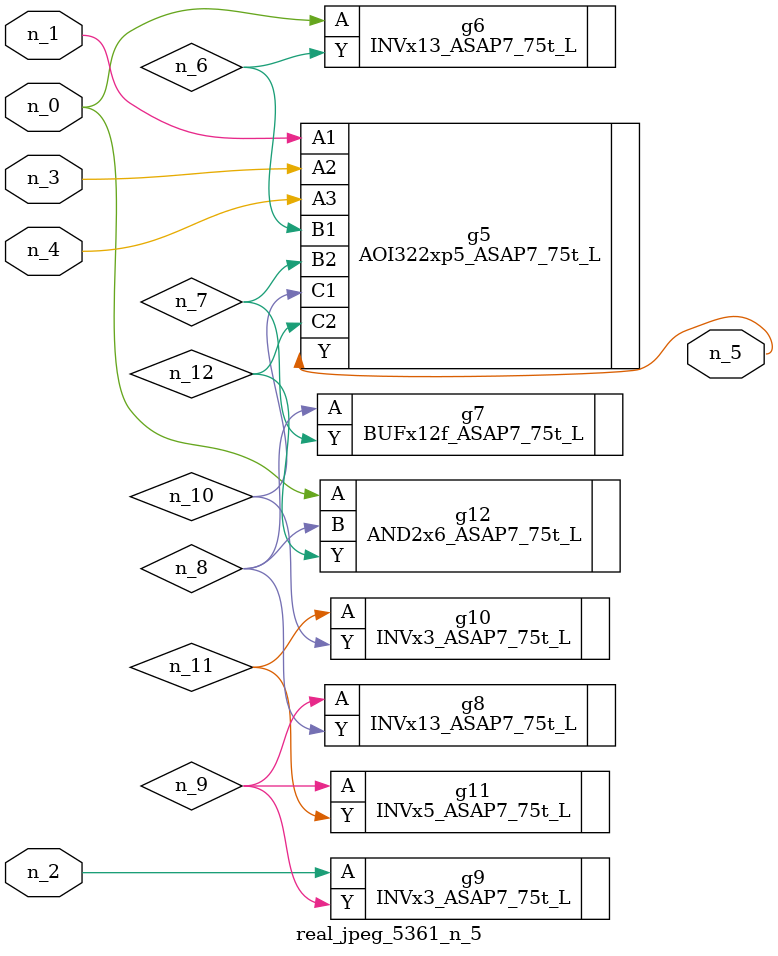
<source format=v>
module real_jpeg_5361_n_5 (n_4, n_0, n_1, n_2, n_3, n_5);

input n_4;
input n_0;
input n_1;
input n_2;
input n_3;

output n_5;

wire n_12;
wire n_8;
wire n_11;
wire n_6;
wire n_7;
wire n_10;
wire n_9;

INVx13_ASAP7_75t_L g6 ( 
.A(n_0),
.Y(n_6)
);

AND2x6_ASAP7_75t_L g12 ( 
.A(n_0),
.B(n_8),
.Y(n_12)
);

AOI322xp5_ASAP7_75t_L g5 ( 
.A1(n_1),
.A2(n_3),
.A3(n_4),
.B1(n_6),
.B2(n_7),
.C1(n_10),
.C2(n_12),
.Y(n_5)
);

INVx3_ASAP7_75t_L g9 ( 
.A(n_2),
.Y(n_9)
);

BUFx12f_ASAP7_75t_L g7 ( 
.A(n_8),
.Y(n_7)
);

INVx13_ASAP7_75t_L g8 ( 
.A(n_9),
.Y(n_8)
);

INVx5_ASAP7_75t_L g11 ( 
.A(n_9),
.Y(n_11)
);

INVx3_ASAP7_75t_L g10 ( 
.A(n_11),
.Y(n_10)
);


endmodule
</source>
